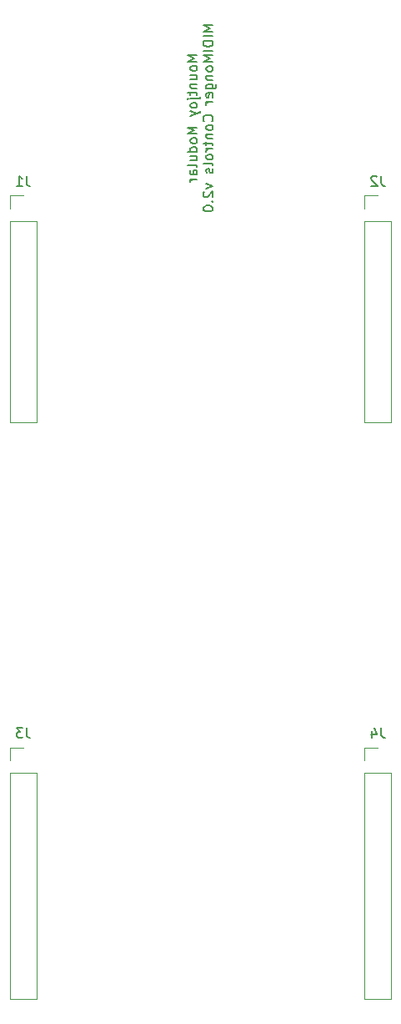
<source format=gbr>
G04 #@! TF.GenerationSoftware,KiCad,Pcbnew,8.0.4*
G04 #@! TF.CreationDate,2024-08-08T14:54:58+01:00*
G04 #@! TF.ProjectId,MidiMonger_controls,4d696469-4d6f-46e6-9765-725f636f6e74,rev?*
G04 #@! TF.SameCoordinates,Original*
G04 #@! TF.FileFunction,Legend,Bot*
G04 #@! TF.FilePolarity,Positive*
%FSLAX46Y46*%
G04 Gerber Fmt 4.6, Leading zero omitted, Abs format (unit mm)*
G04 Created by KiCad (PCBNEW 8.0.4) date 2024-08-08 14:54:58*
%MOMM*%
%LPD*%
G01*
G04 APERTURE LIST*
%ADD10C,0.150000*%
%ADD11C,0.120000*%
G04 APERTURE END LIST*
D10*
X119649847Y-52419047D02*
X118649847Y-52419047D01*
X118649847Y-52419047D02*
X119364132Y-52752380D01*
X119364132Y-52752380D02*
X118649847Y-53085713D01*
X118649847Y-53085713D02*
X119649847Y-53085713D01*
X119649847Y-53704761D02*
X119602228Y-53609523D01*
X119602228Y-53609523D02*
X119554608Y-53561904D01*
X119554608Y-53561904D02*
X119459370Y-53514285D01*
X119459370Y-53514285D02*
X119173656Y-53514285D01*
X119173656Y-53514285D02*
X119078418Y-53561904D01*
X119078418Y-53561904D02*
X119030799Y-53609523D01*
X119030799Y-53609523D02*
X118983180Y-53704761D01*
X118983180Y-53704761D02*
X118983180Y-53847618D01*
X118983180Y-53847618D02*
X119030799Y-53942856D01*
X119030799Y-53942856D02*
X119078418Y-53990475D01*
X119078418Y-53990475D02*
X119173656Y-54038094D01*
X119173656Y-54038094D02*
X119459370Y-54038094D01*
X119459370Y-54038094D02*
X119554608Y-53990475D01*
X119554608Y-53990475D02*
X119602228Y-53942856D01*
X119602228Y-53942856D02*
X119649847Y-53847618D01*
X119649847Y-53847618D02*
X119649847Y-53704761D01*
X118983180Y-54895237D02*
X119649847Y-54895237D01*
X118983180Y-54466666D02*
X119506989Y-54466666D01*
X119506989Y-54466666D02*
X119602228Y-54514285D01*
X119602228Y-54514285D02*
X119649847Y-54609523D01*
X119649847Y-54609523D02*
X119649847Y-54752380D01*
X119649847Y-54752380D02*
X119602228Y-54847618D01*
X119602228Y-54847618D02*
X119554608Y-54895237D01*
X118983180Y-55371428D02*
X119649847Y-55371428D01*
X119078418Y-55371428D02*
X119030799Y-55419047D01*
X119030799Y-55419047D02*
X118983180Y-55514285D01*
X118983180Y-55514285D02*
X118983180Y-55657142D01*
X118983180Y-55657142D02*
X119030799Y-55752380D01*
X119030799Y-55752380D02*
X119126037Y-55799999D01*
X119126037Y-55799999D02*
X119649847Y-55799999D01*
X118983180Y-56133333D02*
X118983180Y-56514285D01*
X118649847Y-56276190D02*
X119506989Y-56276190D01*
X119506989Y-56276190D02*
X119602228Y-56323809D01*
X119602228Y-56323809D02*
X119649847Y-56419047D01*
X119649847Y-56419047D02*
X119649847Y-56514285D01*
X118983180Y-56847619D02*
X119840323Y-56847619D01*
X119840323Y-56847619D02*
X119935561Y-56800000D01*
X119935561Y-56800000D02*
X119983180Y-56704762D01*
X119983180Y-56704762D02*
X119983180Y-56657143D01*
X118649847Y-56847619D02*
X118697466Y-56800000D01*
X118697466Y-56800000D02*
X118745085Y-56847619D01*
X118745085Y-56847619D02*
X118697466Y-56895238D01*
X118697466Y-56895238D02*
X118649847Y-56847619D01*
X118649847Y-56847619D02*
X118745085Y-56847619D01*
X119649847Y-57466666D02*
X119602228Y-57371428D01*
X119602228Y-57371428D02*
X119554608Y-57323809D01*
X119554608Y-57323809D02*
X119459370Y-57276190D01*
X119459370Y-57276190D02*
X119173656Y-57276190D01*
X119173656Y-57276190D02*
X119078418Y-57323809D01*
X119078418Y-57323809D02*
X119030799Y-57371428D01*
X119030799Y-57371428D02*
X118983180Y-57466666D01*
X118983180Y-57466666D02*
X118983180Y-57609523D01*
X118983180Y-57609523D02*
X119030799Y-57704761D01*
X119030799Y-57704761D02*
X119078418Y-57752380D01*
X119078418Y-57752380D02*
X119173656Y-57799999D01*
X119173656Y-57799999D02*
X119459370Y-57799999D01*
X119459370Y-57799999D02*
X119554608Y-57752380D01*
X119554608Y-57752380D02*
X119602228Y-57704761D01*
X119602228Y-57704761D02*
X119649847Y-57609523D01*
X119649847Y-57609523D02*
X119649847Y-57466666D01*
X118983180Y-58133333D02*
X119649847Y-58371428D01*
X118983180Y-58609523D02*
X119649847Y-58371428D01*
X119649847Y-58371428D02*
X119887942Y-58276190D01*
X119887942Y-58276190D02*
X119935561Y-58228571D01*
X119935561Y-58228571D02*
X119983180Y-58133333D01*
X119649847Y-59752381D02*
X118649847Y-59752381D01*
X118649847Y-59752381D02*
X119364132Y-60085714D01*
X119364132Y-60085714D02*
X118649847Y-60419047D01*
X118649847Y-60419047D02*
X119649847Y-60419047D01*
X119649847Y-61038095D02*
X119602228Y-60942857D01*
X119602228Y-60942857D02*
X119554608Y-60895238D01*
X119554608Y-60895238D02*
X119459370Y-60847619D01*
X119459370Y-60847619D02*
X119173656Y-60847619D01*
X119173656Y-60847619D02*
X119078418Y-60895238D01*
X119078418Y-60895238D02*
X119030799Y-60942857D01*
X119030799Y-60942857D02*
X118983180Y-61038095D01*
X118983180Y-61038095D02*
X118983180Y-61180952D01*
X118983180Y-61180952D02*
X119030799Y-61276190D01*
X119030799Y-61276190D02*
X119078418Y-61323809D01*
X119078418Y-61323809D02*
X119173656Y-61371428D01*
X119173656Y-61371428D02*
X119459370Y-61371428D01*
X119459370Y-61371428D02*
X119554608Y-61323809D01*
X119554608Y-61323809D02*
X119602228Y-61276190D01*
X119602228Y-61276190D02*
X119649847Y-61180952D01*
X119649847Y-61180952D02*
X119649847Y-61038095D01*
X119649847Y-62228571D02*
X118649847Y-62228571D01*
X119602228Y-62228571D02*
X119649847Y-62133333D01*
X119649847Y-62133333D02*
X119649847Y-61942857D01*
X119649847Y-61942857D02*
X119602228Y-61847619D01*
X119602228Y-61847619D02*
X119554608Y-61800000D01*
X119554608Y-61800000D02*
X119459370Y-61752381D01*
X119459370Y-61752381D02*
X119173656Y-61752381D01*
X119173656Y-61752381D02*
X119078418Y-61800000D01*
X119078418Y-61800000D02*
X119030799Y-61847619D01*
X119030799Y-61847619D02*
X118983180Y-61942857D01*
X118983180Y-61942857D02*
X118983180Y-62133333D01*
X118983180Y-62133333D02*
X119030799Y-62228571D01*
X118983180Y-63133333D02*
X119649847Y-63133333D01*
X118983180Y-62704762D02*
X119506989Y-62704762D01*
X119506989Y-62704762D02*
X119602228Y-62752381D01*
X119602228Y-62752381D02*
X119649847Y-62847619D01*
X119649847Y-62847619D02*
X119649847Y-62990476D01*
X119649847Y-62990476D02*
X119602228Y-63085714D01*
X119602228Y-63085714D02*
X119554608Y-63133333D01*
X119649847Y-63752381D02*
X119602228Y-63657143D01*
X119602228Y-63657143D02*
X119506989Y-63609524D01*
X119506989Y-63609524D02*
X118649847Y-63609524D01*
X119649847Y-64561905D02*
X119126037Y-64561905D01*
X119126037Y-64561905D02*
X119030799Y-64514286D01*
X119030799Y-64514286D02*
X118983180Y-64419048D01*
X118983180Y-64419048D02*
X118983180Y-64228572D01*
X118983180Y-64228572D02*
X119030799Y-64133334D01*
X119602228Y-64561905D02*
X119649847Y-64466667D01*
X119649847Y-64466667D02*
X119649847Y-64228572D01*
X119649847Y-64228572D02*
X119602228Y-64133334D01*
X119602228Y-64133334D02*
X119506989Y-64085715D01*
X119506989Y-64085715D02*
X119411751Y-64085715D01*
X119411751Y-64085715D02*
X119316513Y-64133334D01*
X119316513Y-64133334D02*
X119268894Y-64228572D01*
X119268894Y-64228572D02*
X119268894Y-64466667D01*
X119268894Y-64466667D02*
X119221275Y-64561905D01*
X119649847Y-65038096D02*
X118983180Y-65038096D01*
X119173656Y-65038096D02*
X119078418Y-65085715D01*
X119078418Y-65085715D02*
X119030799Y-65133334D01*
X119030799Y-65133334D02*
X118983180Y-65228572D01*
X118983180Y-65228572D02*
X118983180Y-65323810D01*
X121259791Y-49371428D02*
X120259791Y-49371428D01*
X120259791Y-49371428D02*
X120974076Y-49704761D01*
X120974076Y-49704761D02*
X120259791Y-50038094D01*
X120259791Y-50038094D02*
X121259791Y-50038094D01*
X121259791Y-50514285D02*
X120259791Y-50514285D01*
X121259791Y-50990475D02*
X120259791Y-50990475D01*
X120259791Y-50990475D02*
X120259791Y-51228570D01*
X120259791Y-51228570D02*
X120307410Y-51371427D01*
X120307410Y-51371427D02*
X120402648Y-51466665D01*
X120402648Y-51466665D02*
X120497886Y-51514284D01*
X120497886Y-51514284D02*
X120688362Y-51561903D01*
X120688362Y-51561903D02*
X120831219Y-51561903D01*
X120831219Y-51561903D02*
X121021695Y-51514284D01*
X121021695Y-51514284D02*
X121116933Y-51466665D01*
X121116933Y-51466665D02*
X121212172Y-51371427D01*
X121212172Y-51371427D02*
X121259791Y-51228570D01*
X121259791Y-51228570D02*
X121259791Y-50990475D01*
X121259791Y-51990475D02*
X120259791Y-51990475D01*
X121259791Y-52466665D02*
X120259791Y-52466665D01*
X120259791Y-52466665D02*
X120974076Y-52799998D01*
X120974076Y-52799998D02*
X120259791Y-53133331D01*
X120259791Y-53133331D02*
X121259791Y-53133331D01*
X121259791Y-53752379D02*
X121212172Y-53657141D01*
X121212172Y-53657141D02*
X121164552Y-53609522D01*
X121164552Y-53609522D02*
X121069314Y-53561903D01*
X121069314Y-53561903D02*
X120783600Y-53561903D01*
X120783600Y-53561903D02*
X120688362Y-53609522D01*
X120688362Y-53609522D02*
X120640743Y-53657141D01*
X120640743Y-53657141D02*
X120593124Y-53752379D01*
X120593124Y-53752379D02*
X120593124Y-53895236D01*
X120593124Y-53895236D02*
X120640743Y-53990474D01*
X120640743Y-53990474D02*
X120688362Y-54038093D01*
X120688362Y-54038093D02*
X120783600Y-54085712D01*
X120783600Y-54085712D02*
X121069314Y-54085712D01*
X121069314Y-54085712D02*
X121164552Y-54038093D01*
X121164552Y-54038093D02*
X121212172Y-53990474D01*
X121212172Y-53990474D02*
X121259791Y-53895236D01*
X121259791Y-53895236D02*
X121259791Y-53752379D01*
X120593124Y-54514284D02*
X121259791Y-54514284D01*
X120688362Y-54514284D02*
X120640743Y-54561903D01*
X120640743Y-54561903D02*
X120593124Y-54657141D01*
X120593124Y-54657141D02*
X120593124Y-54799998D01*
X120593124Y-54799998D02*
X120640743Y-54895236D01*
X120640743Y-54895236D02*
X120735981Y-54942855D01*
X120735981Y-54942855D02*
X121259791Y-54942855D01*
X120593124Y-55847617D02*
X121402648Y-55847617D01*
X121402648Y-55847617D02*
X121497886Y-55799998D01*
X121497886Y-55799998D02*
X121545505Y-55752379D01*
X121545505Y-55752379D02*
X121593124Y-55657141D01*
X121593124Y-55657141D02*
X121593124Y-55514284D01*
X121593124Y-55514284D02*
X121545505Y-55419046D01*
X121212172Y-55847617D02*
X121259791Y-55752379D01*
X121259791Y-55752379D02*
X121259791Y-55561903D01*
X121259791Y-55561903D02*
X121212172Y-55466665D01*
X121212172Y-55466665D02*
X121164552Y-55419046D01*
X121164552Y-55419046D02*
X121069314Y-55371427D01*
X121069314Y-55371427D02*
X120783600Y-55371427D01*
X120783600Y-55371427D02*
X120688362Y-55419046D01*
X120688362Y-55419046D02*
X120640743Y-55466665D01*
X120640743Y-55466665D02*
X120593124Y-55561903D01*
X120593124Y-55561903D02*
X120593124Y-55752379D01*
X120593124Y-55752379D02*
X120640743Y-55847617D01*
X121212172Y-56704760D02*
X121259791Y-56609522D01*
X121259791Y-56609522D02*
X121259791Y-56419046D01*
X121259791Y-56419046D02*
X121212172Y-56323808D01*
X121212172Y-56323808D02*
X121116933Y-56276189D01*
X121116933Y-56276189D02*
X120735981Y-56276189D01*
X120735981Y-56276189D02*
X120640743Y-56323808D01*
X120640743Y-56323808D02*
X120593124Y-56419046D01*
X120593124Y-56419046D02*
X120593124Y-56609522D01*
X120593124Y-56609522D02*
X120640743Y-56704760D01*
X120640743Y-56704760D02*
X120735981Y-56752379D01*
X120735981Y-56752379D02*
X120831219Y-56752379D01*
X120831219Y-56752379D02*
X120926457Y-56276189D01*
X121259791Y-57180951D02*
X120593124Y-57180951D01*
X120783600Y-57180951D02*
X120688362Y-57228570D01*
X120688362Y-57228570D02*
X120640743Y-57276189D01*
X120640743Y-57276189D02*
X120593124Y-57371427D01*
X120593124Y-57371427D02*
X120593124Y-57466665D01*
X121164552Y-59133332D02*
X121212172Y-59085713D01*
X121212172Y-59085713D02*
X121259791Y-58942856D01*
X121259791Y-58942856D02*
X121259791Y-58847618D01*
X121259791Y-58847618D02*
X121212172Y-58704761D01*
X121212172Y-58704761D02*
X121116933Y-58609523D01*
X121116933Y-58609523D02*
X121021695Y-58561904D01*
X121021695Y-58561904D02*
X120831219Y-58514285D01*
X120831219Y-58514285D02*
X120688362Y-58514285D01*
X120688362Y-58514285D02*
X120497886Y-58561904D01*
X120497886Y-58561904D02*
X120402648Y-58609523D01*
X120402648Y-58609523D02*
X120307410Y-58704761D01*
X120307410Y-58704761D02*
X120259791Y-58847618D01*
X120259791Y-58847618D02*
X120259791Y-58942856D01*
X120259791Y-58942856D02*
X120307410Y-59085713D01*
X120307410Y-59085713D02*
X120355029Y-59133332D01*
X121259791Y-59704761D02*
X121212172Y-59609523D01*
X121212172Y-59609523D02*
X121164552Y-59561904D01*
X121164552Y-59561904D02*
X121069314Y-59514285D01*
X121069314Y-59514285D02*
X120783600Y-59514285D01*
X120783600Y-59514285D02*
X120688362Y-59561904D01*
X120688362Y-59561904D02*
X120640743Y-59609523D01*
X120640743Y-59609523D02*
X120593124Y-59704761D01*
X120593124Y-59704761D02*
X120593124Y-59847618D01*
X120593124Y-59847618D02*
X120640743Y-59942856D01*
X120640743Y-59942856D02*
X120688362Y-59990475D01*
X120688362Y-59990475D02*
X120783600Y-60038094D01*
X120783600Y-60038094D02*
X121069314Y-60038094D01*
X121069314Y-60038094D02*
X121164552Y-59990475D01*
X121164552Y-59990475D02*
X121212172Y-59942856D01*
X121212172Y-59942856D02*
X121259791Y-59847618D01*
X121259791Y-59847618D02*
X121259791Y-59704761D01*
X120593124Y-60466666D02*
X121259791Y-60466666D01*
X120688362Y-60466666D02*
X120640743Y-60514285D01*
X120640743Y-60514285D02*
X120593124Y-60609523D01*
X120593124Y-60609523D02*
X120593124Y-60752380D01*
X120593124Y-60752380D02*
X120640743Y-60847618D01*
X120640743Y-60847618D02*
X120735981Y-60895237D01*
X120735981Y-60895237D02*
X121259791Y-60895237D01*
X120593124Y-61228571D02*
X120593124Y-61609523D01*
X120259791Y-61371428D02*
X121116933Y-61371428D01*
X121116933Y-61371428D02*
X121212172Y-61419047D01*
X121212172Y-61419047D02*
X121259791Y-61514285D01*
X121259791Y-61514285D02*
X121259791Y-61609523D01*
X121259791Y-61942857D02*
X120593124Y-61942857D01*
X120783600Y-61942857D02*
X120688362Y-61990476D01*
X120688362Y-61990476D02*
X120640743Y-62038095D01*
X120640743Y-62038095D02*
X120593124Y-62133333D01*
X120593124Y-62133333D02*
X120593124Y-62228571D01*
X121259791Y-62704762D02*
X121212172Y-62609524D01*
X121212172Y-62609524D02*
X121164552Y-62561905D01*
X121164552Y-62561905D02*
X121069314Y-62514286D01*
X121069314Y-62514286D02*
X120783600Y-62514286D01*
X120783600Y-62514286D02*
X120688362Y-62561905D01*
X120688362Y-62561905D02*
X120640743Y-62609524D01*
X120640743Y-62609524D02*
X120593124Y-62704762D01*
X120593124Y-62704762D02*
X120593124Y-62847619D01*
X120593124Y-62847619D02*
X120640743Y-62942857D01*
X120640743Y-62942857D02*
X120688362Y-62990476D01*
X120688362Y-62990476D02*
X120783600Y-63038095D01*
X120783600Y-63038095D02*
X121069314Y-63038095D01*
X121069314Y-63038095D02*
X121164552Y-62990476D01*
X121164552Y-62990476D02*
X121212172Y-62942857D01*
X121212172Y-62942857D02*
X121259791Y-62847619D01*
X121259791Y-62847619D02*
X121259791Y-62704762D01*
X121259791Y-63609524D02*
X121212172Y-63514286D01*
X121212172Y-63514286D02*
X121116933Y-63466667D01*
X121116933Y-63466667D02*
X120259791Y-63466667D01*
X121212172Y-63942858D02*
X121259791Y-64038096D01*
X121259791Y-64038096D02*
X121259791Y-64228572D01*
X121259791Y-64228572D02*
X121212172Y-64323810D01*
X121212172Y-64323810D02*
X121116933Y-64371429D01*
X121116933Y-64371429D02*
X121069314Y-64371429D01*
X121069314Y-64371429D02*
X120974076Y-64323810D01*
X120974076Y-64323810D02*
X120926457Y-64228572D01*
X120926457Y-64228572D02*
X120926457Y-64085715D01*
X120926457Y-64085715D02*
X120878838Y-63990477D01*
X120878838Y-63990477D02*
X120783600Y-63942858D01*
X120783600Y-63942858D02*
X120735981Y-63942858D01*
X120735981Y-63942858D02*
X120640743Y-63990477D01*
X120640743Y-63990477D02*
X120593124Y-64085715D01*
X120593124Y-64085715D02*
X120593124Y-64228572D01*
X120593124Y-64228572D02*
X120640743Y-64323810D01*
X120593124Y-65466668D02*
X121259791Y-65704763D01*
X121259791Y-65704763D02*
X120593124Y-65942858D01*
X120355029Y-66276192D02*
X120307410Y-66323811D01*
X120307410Y-66323811D02*
X120259791Y-66419049D01*
X120259791Y-66419049D02*
X120259791Y-66657144D01*
X120259791Y-66657144D02*
X120307410Y-66752382D01*
X120307410Y-66752382D02*
X120355029Y-66800001D01*
X120355029Y-66800001D02*
X120450267Y-66847620D01*
X120450267Y-66847620D02*
X120545505Y-66847620D01*
X120545505Y-66847620D02*
X120688362Y-66800001D01*
X120688362Y-66800001D02*
X121259791Y-66228573D01*
X121259791Y-66228573D02*
X121259791Y-66847620D01*
X121164552Y-67276192D02*
X121212172Y-67323811D01*
X121212172Y-67323811D02*
X121259791Y-67276192D01*
X121259791Y-67276192D02*
X121212172Y-67228573D01*
X121212172Y-67228573D02*
X121164552Y-67276192D01*
X121164552Y-67276192D02*
X121259791Y-67276192D01*
X120259791Y-67942858D02*
X120259791Y-68038096D01*
X120259791Y-68038096D02*
X120307410Y-68133334D01*
X120307410Y-68133334D02*
X120355029Y-68180953D01*
X120355029Y-68180953D02*
X120450267Y-68228572D01*
X120450267Y-68228572D02*
X120640743Y-68276191D01*
X120640743Y-68276191D02*
X120878838Y-68276191D01*
X120878838Y-68276191D02*
X121069314Y-68228572D01*
X121069314Y-68228572D02*
X121164552Y-68180953D01*
X121164552Y-68180953D02*
X121212172Y-68133334D01*
X121212172Y-68133334D02*
X121259791Y-68038096D01*
X121259791Y-68038096D02*
X121259791Y-67942858D01*
X121259791Y-67942858D02*
X121212172Y-67847620D01*
X121212172Y-67847620D02*
X121164552Y-67800001D01*
X121164552Y-67800001D02*
X121069314Y-67752382D01*
X121069314Y-67752382D02*
X120878838Y-67704763D01*
X120878838Y-67704763D02*
X120640743Y-67704763D01*
X120640743Y-67704763D02*
X120450267Y-67752382D01*
X120450267Y-67752382D02*
X120355029Y-67800001D01*
X120355029Y-67800001D02*
X120307410Y-67847620D01*
X120307410Y-67847620D02*
X120259791Y-67942858D01*
X138333333Y-120684819D02*
X138333333Y-121399104D01*
X138333333Y-121399104D02*
X138380952Y-121541961D01*
X138380952Y-121541961D02*
X138476190Y-121637200D01*
X138476190Y-121637200D02*
X138619047Y-121684819D01*
X138619047Y-121684819D02*
X138714285Y-121684819D01*
X137428571Y-121018152D02*
X137428571Y-121684819D01*
X137666666Y-120637200D02*
X137904761Y-121351485D01*
X137904761Y-121351485D02*
X137285714Y-121351485D01*
X102333333Y-120684819D02*
X102333333Y-121399104D01*
X102333333Y-121399104D02*
X102380952Y-121541961D01*
X102380952Y-121541961D02*
X102476190Y-121637200D01*
X102476190Y-121637200D02*
X102619047Y-121684819D01*
X102619047Y-121684819D02*
X102714285Y-121684819D01*
X101952380Y-120684819D02*
X101333333Y-120684819D01*
X101333333Y-120684819D02*
X101666666Y-121065771D01*
X101666666Y-121065771D02*
X101523809Y-121065771D01*
X101523809Y-121065771D02*
X101428571Y-121113390D01*
X101428571Y-121113390D02*
X101380952Y-121161009D01*
X101380952Y-121161009D02*
X101333333Y-121256247D01*
X101333333Y-121256247D02*
X101333333Y-121494342D01*
X101333333Y-121494342D02*
X101380952Y-121589580D01*
X101380952Y-121589580D02*
X101428571Y-121637200D01*
X101428571Y-121637200D02*
X101523809Y-121684819D01*
X101523809Y-121684819D02*
X101809523Y-121684819D01*
X101809523Y-121684819D02*
X101904761Y-121637200D01*
X101904761Y-121637200D02*
X101952380Y-121589580D01*
X138333333Y-64684819D02*
X138333333Y-65399104D01*
X138333333Y-65399104D02*
X138380952Y-65541961D01*
X138380952Y-65541961D02*
X138476190Y-65637200D01*
X138476190Y-65637200D02*
X138619047Y-65684819D01*
X138619047Y-65684819D02*
X138714285Y-65684819D01*
X137904761Y-64780057D02*
X137857142Y-64732438D01*
X137857142Y-64732438D02*
X137761904Y-64684819D01*
X137761904Y-64684819D02*
X137523809Y-64684819D01*
X137523809Y-64684819D02*
X137428571Y-64732438D01*
X137428571Y-64732438D02*
X137380952Y-64780057D01*
X137380952Y-64780057D02*
X137333333Y-64875295D01*
X137333333Y-64875295D02*
X137333333Y-64970533D01*
X137333333Y-64970533D02*
X137380952Y-65113390D01*
X137380952Y-65113390D02*
X137952380Y-65684819D01*
X137952380Y-65684819D02*
X137333333Y-65684819D01*
X102333333Y-64684819D02*
X102333333Y-65399104D01*
X102333333Y-65399104D02*
X102380952Y-65541961D01*
X102380952Y-65541961D02*
X102476190Y-65637200D01*
X102476190Y-65637200D02*
X102619047Y-65684819D01*
X102619047Y-65684819D02*
X102714285Y-65684819D01*
X101333333Y-65684819D02*
X101904761Y-65684819D01*
X101619047Y-65684819D02*
X101619047Y-64684819D01*
X101619047Y-64684819D02*
X101714285Y-64827676D01*
X101714285Y-64827676D02*
X101809523Y-64922914D01*
X101809523Y-64922914D02*
X101904761Y-64970533D01*
D11*
X139330000Y-148190000D02*
X139330000Y-125270000D01*
X136670000Y-125270000D02*
X139330000Y-125270000D01*
X136670000Y-148190000D02*
X139330000Y-148190000D01*
X136670000Y-122670000D02*
X138000000Y-122670000D01*
X136670000Y-124000000D02*
X136670000Y-122670000D01*
X136670000Y-148190000D02*
X136670000Y-125270000D01*
X103330000Y-148190000D02*
X103330000Y-125270000D01*
X100670000Y-125270000D02*
X103330000Y-125270000D01*
X100670000Y-148190000D02*
X103330000Y-148190000D01*
X100670000Y-122670000D02*
X102000000Y-122670000D01*
X100670000Y-124000000D02*
X100670000Y-122670000D01*
X100670000Y-148190000D02*
X100670000Y-125270000D01*
X139330000Y-89650000D02*
X139330000Y-69270000D01*
X136670000Y-69270000D02*
X139330000Y-69270000D01*
X136670000Y-89650000D02*
X139330000Y-89650000D01*
X136670000Y-66670000D02*
X138000000Y-66670000D01*
X136670000Y-68000000D02*
X136670000Y-66670000D01*
X136670000Y-89650000D02*
X136670000Y-69270000D01*
X103330000Y-89650000D02*
X103330000Y-69270000D01*
X100670000Y-69270000D02*
X103330000Y-69270000D01*
X100670000Y-89650000D02*
X103330000Y-89650000D01*
X100670000Y-66670000D02*
X102000000Y-66670000D01*
X100670000Y-68000000D02*
X100670000Y-66670000D01*
X100670000Y-89650000D02*
X100670000Y-69270000D01*
M02*

</source>
